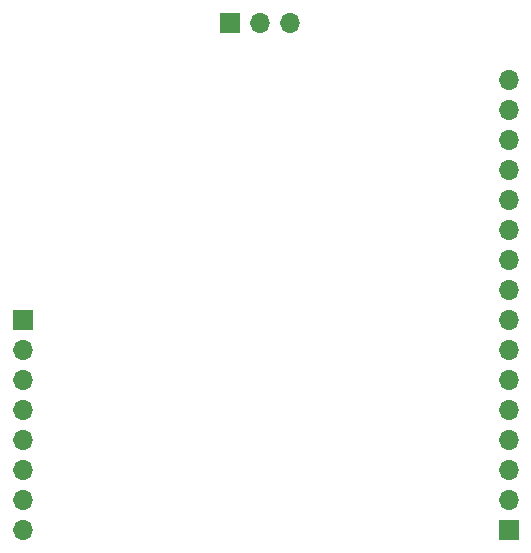
<source format=gbr>
%TF.GenerationSoftware,KiCad,Pcbnew,(6.0.0-0)*%
%TF.CreationDate,2022-03-20T10:25:10-04:00*%
%TF.ProjectId,ADC-Decoder-Controller,4144432d-4465-4636-9f64-65722d436f6e,rev?*%
%TF.SameCoordinates,Original*%
%TF.FileFunction,Soldermask,Bot*%
%TF.FilePolarity,Negative*%
%FSLAX46Y46*%
G04 Gerber Fmt 4.6, Leading zero omitted, Abs format (unit mm)*
G04 Created by KiCad (PCBNEW (6.0.0-0)) date 2022-03-20 10:25:10*
%MOMM*%
%LPD*%
G01*
G04 APERTURE LIST*
%ADD10R,1.700000X1.700000*%
%ADD11O,1.700000X1.700000*%
G04 APERTURE END LIST*
D10*
%TO.C,J3*%
X107203000Y-69850000D03*
D11*
X109743000Y-69850000D03*
X112283000Y-69850000D03*
%TD*%
D10*
%TO.C,J2*%
X130810000Y-112781000D03*
D11*
X130810000Y-110241000D03*
X130810000Y-107701000D03*
X130810000Y-105161000D03*
X130810000Y-102621000D03*
X130810000Y-100081000D03*
X130810000Y-97541000D03*
X130810000Y-95001000D03*
X130810000Y-92461000D03*
X130810000Y-89921000D03*
X130810000Y-87381000D03*
X130810000Y-84841000D03*
X130810000Y-82301000D03*
X130810000Y-79761000D03*
X130810000Y-77221000D03*
X130810000Y-74681000D03*
%TD*%
D10*
%TO.C,J1*%
X89662000Y-94996000D03*
D11*
X89662000Y-97536000D03*
X89662000Y-100076000D03*
X89662000Y-102616000D03*
X89662000Y-105156000D03*
X89662000Y-107696000D03*
X89662000Y-110236000D03*
X89662000Y-112776000D03*
%TD*%
M02*

</source>
